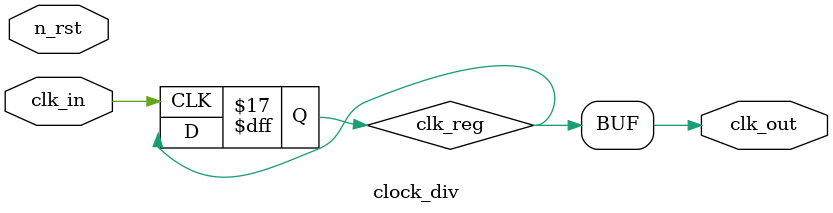
<source format=v>
module clock_div #(parameter CLK_IN=120000000, CLK_OUT=12000000)(
    input clk_in, n_rst,
    output clk_out
);

// Cálculo do divisor para gerar o clock de saída desejado
localparam DIV = ((CLK_IN/CLK_OUT)/2)-1;

// Declaração dos sinais
/* $clog2(.) = arredondamento superior da função logarítmica de (.) na base 2, usado
para determinar a quantidade mínima de bits necessária para expressar o valor de (.) */
reg [$clog2(DIV)-1:0] clk_cnt = 0;
reg clk_reg = 1'b0;

// Divisor de frequência de clock (gera o sinal clk_reg)
always @(posedge clk_in, negedge n_rst) begin
    if (~n_rst)
    clk_cnt <= 0;
    else begin
        if (clk_cnt == DIV) begin
            clk_reg <= ~clk_reg;
            clk_cnt <= 0;
        end
        else
        clk_cnt <= clk_cnt + 1;
    end
end

// Direcionamento do registrador para a saída
assign clk_out = clk_reg;

endmodule
</source>
